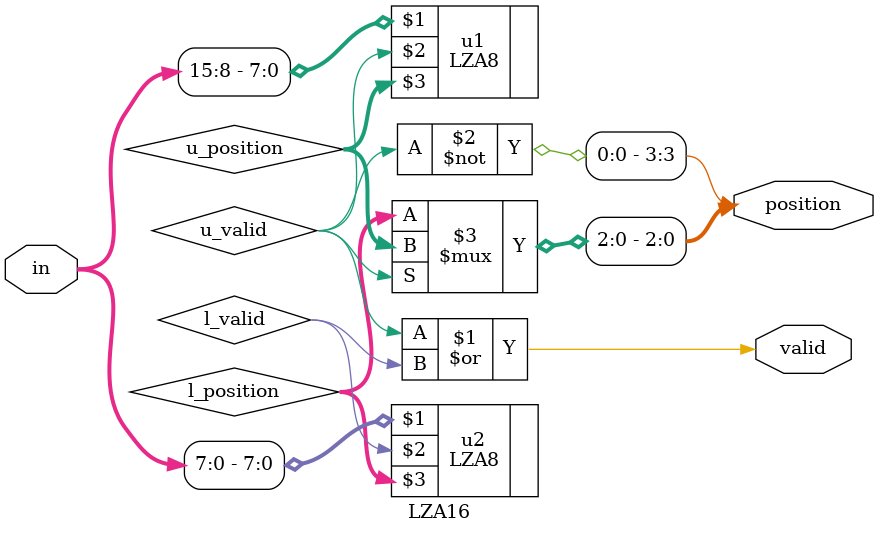
<source format=v>
`timescale 1ns/1ns
module LZA16(
    input [15:0] in,
    output valid,
    output [3:0] position
);
    wire u_valid;
    wire l_valid;
    wire[2:0] u_position;
    wire[2:0] l_position;

    LZA8 u1(in[15:8], u_valid, u_position);
    LZA8 u2(in[7:0], l_valid, l_position);
    
    assign valid = u_valid | l_valid;
    assign position[3] = ~u_valid;
    assign position[2:0] = u_valid ? u_position : l_position;

endmodule
</source>
